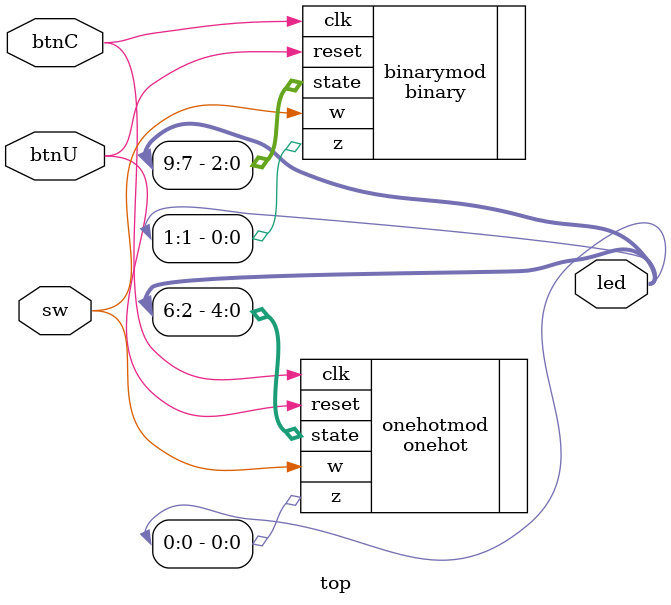
<source format=v>
module top(
    input sw, // w
    output [9:0] led, // see IO table
    input btnC, // clk
    input btnU // reset
);


onehot onehotmod (
    .w(sw),
    .clk(btnC),
    .reset(btnU),
    .z(led[0]),
    .state(led[6:2])
    );
binary binarymod(
    .w(sw),
    .clk(btnC),
    .z(led[1]),
    .reset(btnU),
    .state(led[9:7])
    );



    

    // Hook up binary and one-hot state machines

endmodule

</source>
